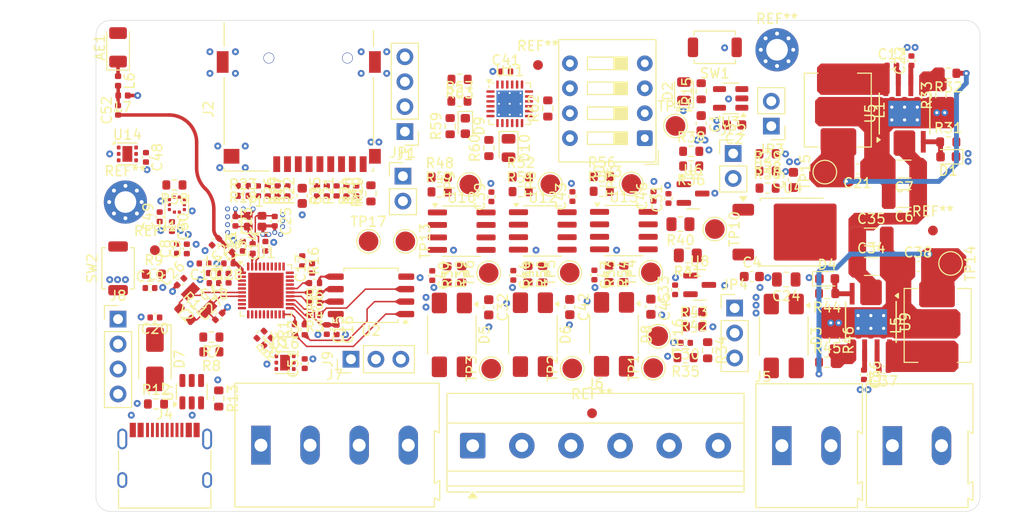
<source format=kicad_pcb>
(kicad_pcb (version 20241229) (generator "pcbnew") (generator_version "9.0")
  (layers (0 "F.Cu" signal) (4 "In1.Cu" signal) (6 "In2.Cu" signal) (2 "B.Cu" signal) (13 "F.Paste" user) (15 "B.Paste" user) (5 "F.SilkS" user "F.Silkscreen") (7 "B.SilkS" user "B.Silkscreen") (1 "F.Mask" user) (3 "B.Mask" user) (25 "Edge.Cuts" user))
  (net 0 "")
  (net 1 "/RF_ANT")
  (net 2 "GND")
  (net 3 "+3V3")
  (net 4 "+5V")
  (net 5 "+12{slash}24DC")
  (net 6 "+10{slash}20DC")
  (net 7 "Net-(C11-Pad1)")
  (net 8 "Net-(U5-SW)")
  (net 9 "Net-(U5-BOOT)")
  (net 10 "Net-(U1-VDD_SPI{slash}GPIO27)")
  (net 11 "/CHIP_PU")
  (net 12 "Net-(JP3-A)")
  (net 13 "Net-(U5-VCC)")
  (net 14 "/XTAL_PL")
  (net 15 "/XTAL_N")
  (net 16 "/XTAL_32K_P")
  (net 17 "/XTAL_32K_N")
  (net 18 "/Vref")
  (net 19 "/Vlogic")
  (net 20 "Net-(C32-Pad1)")
  (net 21 "Net-(U9-VCC)")
  (net 22 "Net-(U9-BOOT)")
  (net 23 "Net-(U9-SW)")
  (net 24 "/Power/+24VDC")
  (net 25 "Net-(U10A-+)")
  (net 26 "Net-(C42-Pad1)")
  (net 27 "Net-(U12A-+)")
  (net 28 "Net-(C45-Pad1)")
  (net 29 "Net-(U13A-+)")
  (net 30 "Net-(D1-A)")
  (net 31 "Net-(D2-A)")
  (net 32 "/Power/-12{slash}24AC")
  (net 33 "/Power/+12{slash}24AC")
  (net 34 "Net-(D4-A)")
  (net 35 "/AC Level Shifter2/I1")
  (net 36 "/AC Level Shifter2/I2")
  (net 37 "/AC Level Shifter1/I2")
  (net 38 "/AC Level Shifter1/I1")
  (net 39 "VBUS")
  (net 40 "/AC Level Shifter/I1")
  (net 41 "/AC Level Shifter/I2")
  (net 42 "Net-(D9-A)")
  (net 43 "Net-(D9-K)")
  (net 44 "Net-(D10-A)")
  (net 45 "Net-(D10-K)")
  (net 46 "Net-(J1-Pin_4)")
  (net 47 "/U0RXD")
  (net 48 "Net-(J2-DAT3{slash}CD)")
  (net 49 "Net-(J2-DAT2)")
  (net 50 "Net-(J2-DET)")
  (net 51 "Net-(J2-CMD)")
  (net 52 "Net-(J2-DAT0)")
  (net 53 "Net-(J2-CLK)")
  (net 54 "Net-(J2-DAT1)")
  (net 55 "Net-(J4-CC1)")
  (net 56 "Net-(J4-CC2)")
  (net 57 "Net-(J4-D--PadA7)")
  (net 58 "Net-(J4-D+-PadA6)")
  (net 59 "/I1")
  (net 60 "/I3")
  (net 61 "/I2")
  (net 62 "Net-(J8-Pin_1)")
  (net 63 "Net-(J8-Pin_2)")
  (net 64 "Net-(J8-Pin_3)")
  (net 65 "Net-(J8-Pin_4)")
  (net 66 "Net-(JP1-B)")
  (net 67 "Net-(JP2-A)")
  (net 68 "Net-(JP2-B)")
  (net 69 "Net-(JP4-B)")
  (net 70 "Net-(JP4-A)")
  (net 71 "/XTAL_P")
  (net 72 "Net-(U2-~{CS})")
  (net 73 "Net-(U1-SPICS0{slash}GPIO24)")
  (net 74 "Net-(U1-SPIQ{slash}GPIO25)")
  (net 75 "Net-(U2-DO{slash}IO_{1})")
  (net 76 "Net-(U1-SPIWP{slash}GPIO26)")
  (net 77 "Net-(U2-~{WP}{slash}IO_{2})")
  (net 78 "Net-(U2-~{HOLD}{slash}~{RESET}{slash}IO_{3})")
  (net 79 "Net-(U1-SPIHD{slash}GPIO28)")
  (net 80 "Net-(U1-SPICLK{slash}GPIO29)")
  (net 81 "Net-(U2-CLK)")
  (net 82 "Net-(U1-SPID{slash}GPIO30)")
  (net 83 "Net-(U2-DI{slash}IO_{0})")
  (net 84 "/SDA")
  (net 85 "/BOOT{slash}SCL")
  (net 86 "Net-(U1-GPIO13{slash}USB_D+)")
  (net 87 "/ESP_D+")
  (net 88 "Net-(U1-GPIO12{slash}USB_D-)")
  (net 89 "/ESP_D-")
  (net 90 "/U0TXD")
  (net 91 "Net-(U1-GPIO23{slash}SDIO_DATA3)")
  (net 92 "Net-(U1-GPIO22{slash}SDIO_DATA2)")
  (net 93 "Net-(U1-GPIO21{slash}SDIO_DATA1{slash}FSPICS5)")
  (net 94 "Net-(U1-GPIO20{slash}SDIO_DATA0{slash}FSPICS4)")
  (net 95 "Net-(U1-GPIO19{slash}SDIO_CLK{slash}FSPICS3)")
  (net 96 "Net-(U1-GPIO18{slash}SDIO_CMD{slash}FSPICS2)")
  (net 97 "Net-(U5-FB)")
  (net 98 "Net-(U6-REF)")
  (net 99 "Net-(U8-REF)")
  (net 100 "Net-(U9-FB)")
  (net 101 "/IL1")
  (net 102 "/IL2")
  (net 103 "/IL3")
  (net 104 "/TMP117_ALERT")
  (net 105 "Net-(U15-SDO)")
  (net 106 "/TMP117_ALERT2")
  (net 107 "Net-(U1-GPIO10)")
  (net 108 "Net-(U11-P11)")
  (net 109 "Net-(U11-P12)")
  (net 110 "Net-(U11-P14)")
  (net 111 "Net-(U11-P13)")
  (net 117 "/BMP_INT1")
  (net 121 "/RF_ESP")
  (net 122 "/RF_TRANS")
  (net 123 "Net-(C52-Pad2)")
  (footprint "Resistor_SMD:R_0402_1005Metric" (layer "F.Cu") (at 148.49 84.3675 -90)
    (property "Reference" "R26")
    (property "Value" "10k")
  )
  (footprint "TestPoint:TestPoint_Pad_D2.0mm" (layer "F.Cu") (at 180.23 92.690615 90)
    (property "Reference" "TP5")
    (property "Value" "TestPoint")
  )
  (footprint "Resistor_SMD:R_0603_1608Metric" (layer "F.Cu") (at 184.235 92.80623 -90)
    (property "Reference" "R54")
    (property "Value" "10k")
  )
  (footprint "Resistor_SMD:R_0603_1608Metric" (layer "F.Cu") (at 144.5 105.5 -90)
    (property "Reference" "R13")
    (property "Value" "5k1")
  )
  (footprint "Connector_PinHeader_2.54mm:PinHeader_1x04_P2.54mm_Vertical" (layer "F.Cu") (at 163.45 78.33 180)
    (property "Reference" "J1")
    (property "Value" "Conn_01x04_Pin")
  )
  (footprint "Resistor_SMD:R_0603_1608Metric" (layer "F.Cu") (at 207.185 99.559385 -90)
    (property "Reference" "R46")
    (property "Value" "4k3")
  )
  (footprint "Capacitor_SMD:C_0402_1005Metric" (layer "F.Cu") (at 145.5 91.75 180)
    (property "Reference" "C28")
    (property "Value" "1p2")
  )
  (footprint "TestPoint:TestPoint_Pad_D2.0mm" (layer "F.Cu") (at 189.24 99.15623 -90)
    (property "Reference" "TP16")
    (property "Value" "TestPoint")
  )
  (footprint "Resistor_SMD:R_0603_1608Metric" (layer "F.Cu") (at 175.98 92.840615 -90)
    (property "Reference" "R50")
    (property "Value" "10k")
  )
  (footprint "Capacitor_SMD:C_0603_1608Metric" (layer "F.Cu") (at 193.6125 77.475 -90)
    (property "Reference" "C1")
    (property "Value" "1u")
  )
  (footprint "Resistor_SMD:R_0402_1005Metric" (layer "F.Cu") (at 154.26 97 180)
    (property "Reference" "R3")
    (property "Value" "0")
  )
  (footprint "Capacitor_SMD:C_0402_1005Metric" (layer "F.Cu") (at 210.185 103.084385 -90)
    (property "Reference" "C36")
    (property "Value" "1u")
  )
  (footprint "TerminalBlock_Phoenix:TerminalBlock_Phoenix_MKDS-1,5-6_1x06_P5.00mm_Horizontal" (layer "F.Cu") (at 170.355 110.2975)
    (property "Reference" "J6")
    (property "Value" "Screw_Terminal_01x06")
  )
  (footprint "Package_SO:OnSemi_751EP_SOIC-4_3.9x4.725mm_P2.54mm" (layer "F.Cu") (at 176.48 99 -90)
    (property "Reference" "D6")
    (property "Value" "MB10S")
  )
  (footprint "Capacitor_SMD:C_0402_1005Metric" (layer "F.Cu") (at 153.25 101.95 90)
    (property "Reference" "C51")
    (property "Value" "0u1")
  )
  (footprint "Capacitor_SMD:C_0402_1005Metric" (layer "F.Cu") (at 144.02 93.75 180)
    (property "Reference" "C18")
    (property "Value" "0u1")
  )
  (footprint "Resistor_SMD:R_0402_1005Metric" (layer "F.Cu") (at 157.5 84.3675 -90)
    (property "Reference" "R19")
    (property "Value" "22")
  )
  (footprint "Capacitor_SMD:C_0402_1005Metric" (layer "F.Cu") (at 138 97.25 180)
    (property "Reference" "C20")
    (property "Value" "10u")
  )
  (footprint "Resistor_SMD:R_0603_1608Metric" (layer "F.Cu") (at 206.435 94.809385 180)
    (property "Reference" "R44")
    (property "Value" "5k1")
  )
  (footprint "Resistor_SMD:R_0402_1005Metric" (layer "F.Cu") (at 158.5 84.3675 90)
    (property "Reference" "R24")
    (property "Value" "10k")
  )
  (footprint "Resistor_SMD:R_0603_1608Metric" (layer "F.Cu") (at 218.015 74.640615 90)
    (property "Reference" "R33")
    (property "Value" "40k")
  )
  (footprint "TestPoint:TestPoint_Pad_D2.0mm" (layer "F.Cu") (at 163.5 89.5 -90)
    (property "Reference" "TP13")
    (property "Value" "TestPoint")
  )
  (footprint "Resistor_SMD:R_0603_1608Metric" (layer "F.Cu") (at 139.9875 83.7625 180)
    (property "Reference" "R58")
    (property "Value" "10k")
  )
  (footprint "Capacitor_SMD:C_0603_1608Metric" (layer "F.Cu") (at 196.975 77.65 180)
    (property "Reference" "C2")
    (property "Value" "1u")
  )
  (footprint "Capacitor_SMD:C_0603_1608Metric" (layer "F.Cu") (at 198.77 93.084385)
    (property "Reference" "C4")
    (property "Value" "0u1")
  )
  (footprint "Connector_PinHeader_2.54mm:PinHeader_1x02_P2.54mm_Vertical" (layer "F.Cu") (at 196.87 80.559385)
    (property "Reference" "JP2")
    (property "Value" "Jumper_2_Small_Open")
  )
  (footprint "TerminalBlock:TerminalBlock_Altech_AK300-2_P5.00mm" (layer "F.Cu") (at 201.825 110.2975)
    (property "Reference" "J5")
    (property "Value" "Screw_Terminal_01x02")
  )
  (footprint "Resistor_SMD:R_0603_1608Metric" (layer "F.Cu") (at 138.11 106.055)
    (property "Reference" "R12")
    (property "Value" "5k1")
  )
  (footprint "MountingHole:MountingHole_2.2mm_M2_Pad_Via" (layer "F.Cu") (at 135 85.5)
    (property "Reference" "REF**")
    (property "Value" "MountingHole_2.2mm_M2_Pad_Via")
  )
  (footprint "Resistor_SMD:R_0603_1608Metric" (layer "F.Cu") (at 218.765 79.390615)
    (property "Reference" "R31")
    (property "Value" "5k1")
  )
  (footprint "Inductor_SMD:L_0402_1005Metric" (layer "F.Cu") (at 147.95 90.25 90)
    (property "Reference" "L3")
    (property "Value" "24n")
  )
  (footprint "Pers:Bosch_LGA-10_2x2mm_P0.8mm_AntiClockwisePinNumbering" (layer "F.Cu") (at 140.2375 85.7625 180)
    (property "Reference" "U15")
    (property "Value" "BMP581")
  )
  (footprint "Capacitor_SMD:C_0402_1005Metric" (layer "F.Cu") (at 150.2 87.45 -90)
    (property "Reference" "C25")
    (property "Value" "12p")
  )
  (footprint "Capacitor_SMD:C_0402_1005Metric" (layer "F.Cu") (at 140.25 90.25 90)
    (property "Reference" "C8")
    (property "Value" "10u")
  )
  (footprint "TestPoint:TestPoint_Pad_D2.0mm" (layer "F.Cu") (at 171.98 92.715615 90)
    (property "Reference" "TP6")
    (property "Value" "TestPoint")
  )
  (footprint "Resistor_SMD:R_0603_1608Metric" (layer "F.Cu") (at 166.985 84.465615)
    (property "Reference" "R47")
    (property "Value" "10k")
  )
  (footprint "Resistor_SMD:R_0603_1608Metric" (layer "F.Cu") (at 137.895 92.845)
    (property "Reference" "R9")
    (property "Value" "10k")
  )
  (footprint "Resistor_SMD:R_0402_1005Metric" (layer "F.Cu") (at 154.25 95.75 180)
    (property "Reference" "R4")
    (property "Value" "0")
  )
  (footprint "TestPoint:TestPoint_Pad_D2.0mm" (layer "F.Cu") (at 206.2 82.45 90)
    (property "Reference" "TP15")
    (property "Value" "TestPoint")
  )
  (footprint "MountingHole:ToolingHole_1.152mm" (layer "F.Cu") (at 216 114)
    (property "Reference" "REF**" (hide yes))
    (property "Value" "ToolingHole_1.152mm")
  )
  (footprint "Capacitor_SMD:C_0402_1005Metric" (layer "F.Cu") (at 190.9575 94.434385 90)
    (property "Reference" "C33")
    (property "Value" "0u1")
  )
  (footprint "Button_Switch_SMD:SW_SPST_TS-1088-xR020" (layer "F.Cu") (at 134.25 92.25 90)
    (property "Reference" "SW2")
    (property "Value" "SW_Push")
  )
  (footprint "Resistor_SMD:R_0603_1608Metric" (layer "F.Cu") (at 178 75.975 90)
    (property "Reference" "R62")
    (property "Value" "10k")
  )
  (footprint "Resistor_SMD:R_0805_2012Metric" (layer "F.Cu") (at 192.25 90.934385 180)
    (property "Reference" "R41")
    (property "Value" "75")
  )
  (footprint "Resistor_SMD:R_0402_1005Metric" (layer "F.Cu") (at 151.49 84.3675 90)
    (property "Reference" "R27")
    (property "Value" "10k")
  )
  (footprint "Crystal:Crystal_SMD_3215-2Pin_3.2x1.5mm" (layer "F.Cu") (at 142.5 95.5 135)
    (property "Reference" "Y2")
    (property "Value" "32k768")
  )
  (footprint "Package_TO_SOT_SMD:SOT-23-6" (layer "F.Cu") (at 141.75 104.805 90)
    (property "Reference" "U7")
    (property "Value" "USBLC6-2SC6")
  )
  (footprint "Package_SO:SOIC-8_5.3x5.3mm_P1.27mm" (layer "F.Cu") (at 160 95 180)
    (property "Reference" "U2")
    (property "Value" "W25Q128JVS")
  )
  (footprint "Resistor_SMD:R_0603_1608Metric" (layer "F.Cu") (at 169 75.225)
    (property "Reference" "R57")
    (property "Value" "10k")
  )
  (footprint "Resistor_SMD:R_0402_1005Metric" (layer "F.Cu") (at 146.99 83.8675 180)
    (property "Reference" "R18")
    (property "Value" "22")
  )
  (footprint "Resistor_SMD:R_0603_1608Metric" (layer "F.Cu") (at 192.8825 96.684385 180)
    (property "Reference" "R42")
    (property "Value" "4k3")
  )
  (footprint "Inductor_SMD:L_Chilisin_BMRx00060630" (layer "F.Cu") (at 217.685 98.059385 90)
    (property "Reference" "L5")
    (property "Value" "33u")
  )
  (footprint "Capacitor_SMD:C_0402_1005Metric" (layer "F.Cu") (at 192.02 99.834385 180)
    (property "Reference" "C30")
    (property "Value" "1u")
  )
  (footprint "Resistor_SMD:R_0402_1005Metric" (layer "F.Cu") (at 152.25 98.49 90)
    (property "Reference" "R1")
    (property "Value" "0")
  )
  (footprint "Package_SO:SOIC-8_3.9x4.9mm_P1.27mm" (layer "F.Cu") (at 169.235 88.465615)
    (property "Reference" "U10")
    (property "Value" "LM393")
  )
  (footprint "Package_SO:SOIC-8_3.9x4.9mm_P1.27mm" (layer "F.Cu") (at 177.485 88.440615)
    (property "Reference" "U12")
    (property "Value" "LM393")
  )
  (footprint "Capacitor_SMD:C_0402_1005Metric" (layer "F.Cu") (at 146.2 87.45 -90)
    (property "Reference" "C23")
    (property "Value" "12p")
  )
  (footprint "Resistor_SMD:R_0603_1608Metric" (layer "F.Cu") (at 168.0575 77.7775 90)
    (property "Reference" "R59")
    (property "Value" "5k1")
  )
  (footprint "Resistor_SMD:R_0603_1608Metric" (layer "F.Cu") (at 192.8825 98.184385)
    (property "Reference" "R43")
    (property "Value" "1k1")
  )
  (footprint "Capacitor_SMD:C_0402_1005Metric" (layer "F.Cu") (at 188.76 84.90623 90)
    (property "Reference" "C46")
    (property "Value" "0u1")
  )
  (footprint "Package_SO:Texas_HTSOP-8-1EP_3.9x4.9mm_P1.27mm_EP2.95x4.9mm_Mask2.4x3.1mm_ThermalVias" (layer "F.Cu") (at 214.315 76.490615 90)
    (property "Reference" "U5")
    (property "Value" "LMR36520FADDA")
  )
  (footprint "Resistor_SMD:R_0402_1005Metric" (layer "F.Cu") (at 154.5 84.3675 -90)
    (property "Reference" "R21")
    (property "Value" "22")
  )
  (footprint "Resistor_SMD:R_0603_1608Metric" (layer "F.Cu") (at 200.37 82.334385)
    (property "Reference" "R29")
    (property "Value" "15k")
  )
  (footprint "Package_TO_SOT_SMD:SOT-23" (layer "F.Cu") (at 193.4575 93.934385)
    (property "Reference" "U8")
    (property "Value" "CJ431")
  )
  (footprint "Resistor_SMD:R_0805_2012Metric" (layer "F.Cu") (at 191.5 87.75 180)
    (property "Reference" "R40")
    (property "Value" "150")
  )
  (footprint "Connector_PinHeader_2.54mm:PinHeader_1x02_P2.54mm_Vertical" (layer "F.Cu") (at 200.75 77.775 180)
    (property "Reference" "JP3")
    (property "Value" "Jumper_2_Bridged")
  )
  (footprint "Capacitor_SMD:C_0402_1005Metric" (layer "F.Cu") (at 138.4875 87 90)
    (property "Reference" "C49")
    (property "Value" "0u1")
  )
  (footprint "Resistor_SMD:R_0603_1608Metric" (layer "F.Cu") (at 143.75 99.25 180)
    (property "Reference" "R7")
    (property "Value" "10k")
  )
  (footprint "Capacitor_SMD:C_0402_1005Metric" (layer "F.Cu") (at 140.608489 93.608489 45)
    (property "Reference" "C26")
    (property "Value" "20p")
  )
  (footprint "TestPoint:TestPoint_Pad_D2.0mm" (layer "F.Cu") (at 178.255 83.690615 90)
    (property "Reference" "TP8")
    (property "Value" "TestPoint")
  )
  (footprint "Package_TO_SOT_SMD:SOT-23-5" (layer "F.Cu") (at 196.6125 74.95 180)
    (property "Reference" "U3")
    (property "Value" "AP2112K-3.3")
  )
  (footprint "Resistor_SMD:R_0402_1005Metric" (layer "F.Cu") (at 154.25 94.75 180)
    (property "Reference" "R5")
    (property "Value" "0")
  )
  (footprint "Resistor_SMD:R_0402_1005Metric" (layer "F.Cu") (at 155.5 84.3675 90)
    (property "Reference" "R25")
    (property "Value" "10k")
  )
  (footprint "Resistor_SMD:R_0603_1608Metric" (layer "F.Cu") (at 169.23 92.865615 90)
    (property "Reference" "R37")
    (property "Value" "15k")
  )
  (footprint "Capacitor_SMD:C_0402_1005Metric" (layer "F.Cu") (at 156.5 98.5 -90)
    (property "Reference" "C16")
    (property "Value" "0u1")
  )
  (footprint "Connector_PinHeader_2.54mm:PinHeader_1x04_P2.54mm_Vertical" (layer "F.Cu") (at 134.25 97.42)
    (property "Reference" "J8")
    (property "Value" "Conn_01x04_Pin")
  )
  (footprint "Resistor_SMD:R_0603_1608Metric" (layer "F.Cu") (at 206.435 101.809385)
    (property "Reference" "R45")
    (property "Value" "100k")
  )
  (footprint "Connector_PinHeader_2.54mm:PinHeader_1x02_P2.54mm_Vertical" (layer "F.Cu") (at 163.25 82.8675)
    (property "Reference" "JP1")
    (property "Value" "Jumper_2_Bridged")
  )
  (footprint "Resistor_SMD:R_0603_1608Metric" (layer "F.Cu") (at 218.765 72.390615 180)
    (property "Reference" "R32")
    (property "Value" "100k")
  )
  (footprint "Resistor_SMD:R_0603_1608Metric" (layer "F.Cu") (at 167.005 82.965615)
    (property "Reference" "R48")
    (property "Value" "10k")
  )
  (footprint "Resistor_SMD:R_0603_1608Metric" (layer "F.Cu") (at 172 80 90)
    (property "Reference" "R60")
    (property "Value" "5k1")
  )
  (footprint "MountingHole:ToolingHole_1.152mm" (layer "F.Cu") (at 218 70)
    (property "Reference" "REF**" (hide yes))
    (property "Value" "ToolingHole_1.152mm")
  )
  (footprint "Resistor_SMD:R_0603_1608Metric" (layer "F.Cu") (at 167.73 92.865615 -90)
    (property "Reference" "R39")
    (property "Value" "10k")
  )
  (footprint "Fiducial:Fiducial_1mm_Mask2mm" (layer "F.Cu") (at 177 71.555)
    (property "Reference" "REF**")
    (property "Value" "Fiducial_1mm_Mask2mm")
  )
  (footprint "TerminalBlock:TerminalBlock_Altech_AK300-2_P5.00mm" (layer "F.Cu") (at 213.075 110.2975)
    (property "Reference" "J3")
    (property "Value" "Screw_Terminal_01x02")
  )
  (footprint "MountingHole:MountingHole_2.2mm_M2_Pad_Via" (layer "F.Cu") (at 201.333274 70)
    (property "Reference" "REF**")
    (property "Value" "MountingHole_2.2mm_M2_Pad_Via")
  )
  (footprint "Resistor_SMD:R_0603_1608Metric" (layer "F.Cu") (at 169.0175 73.0125 180)
    (property "Reference" "R63")
    (property "Value" "10k")
  )
  (footprint "Inductor_SMD:L_Chilisin_BMRx00060630" (layer "F.Cu") (at 207.515 76.140615 -90)
    (property "Reference" "L1")
    (property "Value" "33u")
  )
  (footprint "Capacitor_SMD:C_0603_1608Metric" (layer "F.Cu") (at 171.985 96.215615 -90)
    (property "Reference" "C32")
    (property "Value" "1u")
  )
  (footprint "Capacitor_SMD:C_0402_1005Metric" (layer "F.Cu") (at 213.015 71.615615)
    (property "Reference" "C12")
    (property "Value" "0u1")
  )
  (footprint "Connector_USB:USB_C_Receptacle_HRO_TYPE-C-31-M-12" (layer "F.Cu") (at 139 112.75)
    (property "Reference" "J4")
    (property "Value" "USB_C_Receptacle_USB2.0_14P")
  )
  (footprint "Package_DFN_QFN:QFN-40-1EP_5x5mm_P0.4mm_EP3.6x3.6mm" (layer "F.Cu") (at 149.3 94.5)
    (property "Reference" "U1")
    (property "Value" "ESP32-C6")
  )
  (footprint "Capacitor_SMD:C_0402_1005Metric" (layer "F.Cu") (at 144.497577 97.144023 45)
    (property "Reference" "C27")
    (property "Value" "20p")
  )
  (footprint "Resistor_SMD:R_0603_1608Metric" (layer "F.Cu") (at 177.48 92.840615 90)
    (property "Reference" "R49")
    (property "Value" "15k")
  )
  (footprint "LED_SMD:LED_0603_1608Metric" (layer "F.Cu") (at 218.765 80.890615 180)
    (property "Reference" "D1")
    (property "Value" "RED")
  )
  (footprint "Capacitor_SMD:C_0603_1608Metric" (layer "F.Cu") (at 180.235 96.190615 -90)
    (property "Reference" "C42")
    (property "Value" "1u")
  )
  (footprint "TestPoint:TestPoint_Pad_D2.0mm" (layer "F.Cu") (at 219 91.75 -90)
    (property "Reference" "TP14")
    (property "Value" "TestPoint")
  )
  (footprint "Capacitor_SMD:C_0402_1005Metric" (layer "F.Cu") (at 166.235 92.985615 -90)
    (property "Reference" "C40")
    (property "Value" "1u")
  )
  (footprint "Package_SO:OnSemi_751EP_SOIC-4_3.9x4.725mm_P2.54mm" (layer "F.Cu") (at 168.23 99.025 -90)
    (property "Reference" "D5")
    (property "Value" "MB10S")
  )
  (footprint "Capacitor_SMD:C_0402_1005Metric" (layer "F.Cu") (at 139.7375 88 -90)
    (property "Reference" "C50")
    (property "Value" "0u1")
  )
  (footprint "Resistor_SMD:R_0603_1608Metric" (layer "F.Cu") (at 183.51 82.90623)
    (property "Reference" "R56")
    (property "Value" "10k")
  )
  (footprint "Resistor_SMD:R_0603_1608Metric" (layer "F.Cu") (at 194.27 100.584385 -90)
    (property "Reference" "R34")
    (property "Value" "40k")
  )
  (footprint "Resistor_SMD:R_0603_1608Metric" (layer "F.Cu") (at 175.255 82.940615)
    (property "Reference" "R52")
    (property "Value" "10k")
  )
  (footprint "Capacitor_SMD:C_1206_3216Metric" (layer "F.Cu") (at 214.265 85.140615 180)
    (property "Reference" "C6")
    (property "Value" "4u7")
  )
  (footprint "Capacitor_SMD:C_0603_1608Metric" (layer "F.Cu") (at 209.515 82.140615 180)
    (property "Reference" "C21")
    (property "Value" "22u")
  )
  (footprint "Capacitor_SMD:C_0603_1608Metric" (layer "F.Cu") (at 215.685 92.059385)
    (property "Reference" "C38")
    (property "Value" "10u")
  )
  (footprint "Resistor_SMD:R_0603_1608Metric" (layer "F.Cu") (at 192.02 101.334385 180)
    (property "Reference" "R35")
    (property "Value" "5k")
  )
  (footprint "Fiducial:Fiducial_1mm_Mask2mm" (layer "F.Cu") (at 217.2 88.4)
    (property "Reference" "REF**")
    (property "Value" "Fiducial_1mm_Mask2mm")
  )
  (footprint "Capacitor_SMD:C_0603_1608Metric" (layer "F.Cu") (at 203 83.25 90)
    (property "Reference" "C5")
    (property "Value" "1u")
  )
  (footprint "Capacitor_SMD:C_1206_3216Metric" (layer "F.Cu") (at 210.935 92.059385)
    (property "Reference" "C34")
    (property "Value" "4u7")
  )
  (footprint "Capacitor_SMD:C_0402_1005Metric" (layer "F.Cu") (at 182.74 92.92623 -90)
    (property "Reference" "C47")
    (property "Value" "1u")
  )
  (footprint "TestPoint:TestPoint_Pad_D2.0mm" (layer "F.Cu") (at 195 88.25 -90)
    (property "Reference" "TP10")
    (property "Value" "TestPoint")
  )
  (footprint "Resistor_SMD:R_0603_1608Metric" (layer "F.Cu") (at 192.595 80.334385)
    (property "Reference" "R38")
    (property "Value" "1k5")
  )
  (footprint "TestPoint:TestPoint_Pad_D2.0mm" (layer "F.Cu") (at 170.005 83.715615 90)
    (property "Reference" "TP9")
    (property "Value" "TestPoint")
  )
  (footprint "Resistor_SMD:R_0603_1608Metric" (layer "F.Cu") (at 185.735 92.80623 90)
    (property "Reference" "R53")
    (property "Value" "15k")
  )
  (footprint "Package_SO:SOIC-8_3.9x4.9mm_P1.27mm" (layer "F.Cu") (at 185.74 88.40623)
    (property "Reference" "U13")
    (property "Value" "LM393")
  )
  (footprint "Capacitor_SMD:C_0402_1005Metric" (layer "F.Cu") (at 143 91.75 180)
    (property "Reference" "C10")
    (property "Value" "0u1")
  )
  (footprint "Resistor_SMD:R_0603_1608Metric" (layer "F.Cu") (at 175.235 84.440615)
    (property "Reference" "R51")
    (property "Value" "10k")
  )
  (footprint "Button_Switch_SMD:SW_SPST_TS-1088-xR020" (layer "F.Cu") (at 195 69.75 180)
    (property "Reference" "SW1")
    (property "Value" "SW_Push")
  )
  (footprint "Capacitor_SMD:C_0402_1005Metric" (layer "F.Cu") (at 144.159791 89.544847 -135)
    (property "Reference" "C29")
    (property "Value" "1p2")
  )
  (footprint "Fiducial:Fiducial_1mm_Mask2mm" (layer "F.Cu") (at 138 90.4)
    (property "Reference" "REF**")
    (property "Value" "Fiducial_1mm_Mask2mm")
  )
  (footprint "TerminalBlock:TerminalBlock_Altech_AK300-4_P5.00mm" (layer "F.Cu") (at 148.795 110.25)
    (property "Reference" "J7")
    (property "Value" "Screw_Terminal_01x04")
  )
  (footprint "LED_SMD:LED_0805_2012Metric" (layer "F.Cu") (at 191.8625 74.225 90)
    (property "Reference" "D2")
    (property "Value" "GREEN")
  )
  (footprint "Inductor_SMD:L_0402_1005Metric" (layer "F.Cu") (at 134.75 74.6575 180)
    (property "Reference" "L7")
    (property "Value" "2n7")
  )
  (footprint "Capacitor_SMD:C_0402_1005Metric" (layer "F.Cu") (at 145.5 93.25 90)
    (property "Reference" "C11")
    (property "Value" "0u1")
  )
  (footprint "Capacitor_SMD:C_0603_1608Metric" (layer "F.Cu") (at 153 84.8675 -90)
    (property "Reference" "C3")
    (property "Value" "0u1")
  )
  (footprint "Package_DFN_QFN:Texas_RTW_WQFN-24-1EP_4x4mm_P0.5mm_EP2.7x2.7mm_ThermalVias" (layer "F.Cu") (at 174.1225 75.5)
    (property "Reference" "U11")
    (property "Value" "TCA9555RTWR")
  )
  (footprint "TestPoint:TestPoint_Pad_D2.0mm" (layer "F.Cu") (at 188.74 102.40623 90)
    (property "Reference" "TP1")
    (property "Value" "TestPoint")
  )
  (footprint "Capacitor_SMD:C_0402_1005Metric" (layer "F.Cu") (at 174.485 92.960615 -90)
    (property "Reference" "C44")
    (property "Value" "1u")
  )
  (footprint "Fiducial:Fiducial_1mm_Mask2mm" (layer "F.Cu") (at 182.5 107)
    (property "Reference" "REF**")
    (property "Value" "Fiducial_1mm_Mask2mm")
  )
  (footprint "Diode_SMD:D_SMA" (layer "F.Cu") (at 138 101.5 -90)
    (property "Reference" "D7")
    (property "Value" "D_Schottky")
  )
  (footprint "Resistor_SMD:R_0402_1005Metric" (layer "F.Cu") (at 149.464178 99.700036 -135)
    (property "Reference" "R10")
    (property "Value" "22")
  )
  (footprint "Resistor_SMD:R_0603_1608Metric" (layer "F.Cu") (at 183.49 84.40623)
    (property "Reference" "R55")
    (property "Value" "10k")
  )
  (footprint "Inductor_SMD:L_0402_1005Metric" (layer "F.Cu") (at 145.5 90.25 -45)
    (property "Reference" "L4")
    (property "Value" "2n7")
  )
  (footprint "TestPoint:TestPoint_Pad_D2.0mm" (layer "F.Cu") (at 172.235 102.465615 90)
    (property "Reference" "TP3")
    (property "Value" "TestPoint")
  )
  (footprint "Capacitor_SMD:C_0402_1005Metric" (layer "F.Cu") (at 134.25 76.1575 90)
    (property "Reference" "C52")
    (property "Value" "1p")
  )
  (footprint "Package_SO:OnSemi_751EP_SOIC-4_3.9x4.725mm_P2.54mm" (layer "F.Cu") (at 184.735 98.965615 -90)
    (property "Reference" "D8")
    (property "Value" "MB10S")
  )
  (footprint "Resistor_SMD:R_0402_1005Metric" (layer "F.Cu") (at 153.25 98.5 90)
    (property "Reference" "R2")
    (property "Value" "0")
  )
  (footprint "Resistor_SMD:R_0603_1608Metric" (layer "F.Cu") (at 193.6125 74.225 90)
    (property "Reference" "R15")
    (property "Value" "5k1")
  )
  (footprint "Package_TO_SOT_SMD:TO-252-2" (layer "F.Cu") (at 202.935 88.559385)
    (property "Reference" "U4")
    (property "Value" "LM317_TO-252")
  )
  (footprint "Resistor_SMD:R_0402_1005Metric" (layer "F.Cu") (at 154.25 93.75 180)
    (property "Reference" "R6")
    (property "Value" "0")
  )
  (footprint "Resistor_SMD:R_0402_1005Metric" (layer "F.Cu") (at 150.5 84.3675 -90)
    (property "Reference" "R22")
    (property "Value" "22")
  )
  (footprint "LED_SMD:LED_0603_1608Metric" (layer "F.Cu") (at 169.6025 77.7575 -90)
    (property "Reference" "D9")
    (property "Value" "RED")
  )
  (footprint "Resistor_SMD:R_0402_1005Metric" (layer "F.Cu") (at 149.49 84.3675 -90)
    (property "Reference" "R17")
    (property "Value" "22")
  )
  (footprint "Capacitor_SMD:C_1206_3216Metric" (layer "F.Cu") (at 210.935 89.059385)
    (property "Reference" "C35")
    (property "Value" "4u7")
  )
  (footprint "Capacitor_SMD:C_1206_3216Metric" (layer "F.Cu") (at 214.265 82.140615 180)
    (property "Reference" "C7")
    (property "Value" "4u7")
  )
  (footprint "Button_Switch_THT:SW_DIP_SPSTx04_Slide_9.78x12.34mm_W7.62mm_P2.54mm" (layer "F.Cu") (at 187.87 79 180)
    (property "Reference" "SW3")
    (property "Value" "SW_DIP_x04")
  )
  (footprint "Crystal:Crystal_SMD_2016-4Pin_2.0x1.6mm" (layer "F.Cu") (at 148.2 87.45)
    (property "Reference" "Y1")
    (property "Value" "48M")
  )
  (footprint "Resistor_SMD:R_0402_1005Metric" (layer "F.Cu") (at 156.5 84.3675 -90)
    (property "Reference" "R20")
    (property "Value" "22")
  )
  (footprint "Capacitor_SMD:C_0402_1005Metric" (layer "F.Cu") (at 190.2825 85.134385 90)
    (property "Reference" "C31")
    (property "Value" "0u1")
  )
  (footprint "Resistor_SMD:R_0603_1608Metric" (layer "F.Cu") (at 141.085786 96.914213 -45)
    (property "Reference" "R11")
    (property "Value" "R")
  )
  (footprint "Capacitor_SMD:C_0402_1005Metric" (layer "F.Cu") (at 155.5 98.48 -90)
    (property "Reference" "C15")
    (property "Value" "1u")
  )
  (footprint "Resistor_SMD:R_0402_1005Metric" (layer "F.Cu") (at 148.75 99 -135)
    (property "Reference" "R14")
    (property "Value" "22")
  )
  (footprint "Inductor_SMD:L_0402_1005Metric" (layer "F.Cu") (at 143.97 92.73)
    (property "Reference" "L2")
    (property "Value" "2n7")
  )
  (footprint "TestPoint:TestPoint_Pad_D2.0mm" (layer "F.Cu") (at 159.75 89.5)
    (property "Reference" "TP17")
    (property "Value" "TestPoint")
  )
  (footprint "Capacitor_SMD:C_0603_1608Metric" (layer "F.Cu") (at 188.49 96.15623 -90)
    (property "Reference" "C45")
    (property "Value" "1u")
  )
  (footprint "Pers:microSD_Hanbo_TF012" (layer "F.Cu") (at 152.65 79.4425 180)
    (property "Reference" "J2")
    (property "Value" "Micro_SD_Card_Det1")
  )
  (footprint "Capacitor_SMD:C_0402_1005Metric" (layer "F.Cu") (at 180.505 84.940615 90)
    (property "Reference" "C43")
    (property "Value" "0u1")
  )
  (footprint "LED_SMD:LED_0603_1608Metric" (layer "F.Cu") (at 206.435 93.309385)
    (property "Reference" "D4")
    (property "Value" "RED")
  )
  (footprint "Resistor_SMD:R_0603_1608Metric" (layer "F.Cu") (at 192.595 81.834385 180)
    (property "Reference" "R36")
    (property "Value" "13k")
  )
  (footprint "Capacitor_SMD:C_0805_2012Metric" (layer "F.Cu") (at 202.27 93.384385 180)
    (property "Reference" "C24")
    (property "Value" "10u")
  )
  (footprint "Capacitor_SMD:C_0402_1005Metric" (layer "F.Cu") (at 137.5 94.25)
    (property "Reference" "C19")
    (property "Value" "1u")
  )
  (footprint "Capacitor_SMD:C_0402_1005Metric" (layer "F.Cu") (at 215.015 71.115615 90)
    (property "Reference" "C22")
    (property "Value" "1u")
  )
  (footprint "TestPoint:TestPoint_Pad_D2.0mm" (layer "F.Cu") (at 188.485 92.65623 90)
    (property "Reference" "TP4")
    (property "Value" "TestPoint")
  )
  (footprint "Capacitor_SMD:C_0402_1005Metric" (layer "F.Cu") (at 141.25 90.27 90)
    (property "Reference" "C9")
    (property "Value" "1u")
  )
  (footprint "Resistor_SMD:R_0603_1608Metric" (layer "F.Cu") (at 200.37 84.084385)
    (property "Reference" "R30")
    (property "Value" "1k")
  )
  (footprint "Package_SO:Texas_HTSOP-8-1EP_3.9x4.9mm_P1.27mm_EP2.95x4.9mm_Mask2.4x3.1mm_ThermalVias" (layer "F.Cu") (at 210.885 97.709385 -90)
    (property "Reference" "U9")
    (property "Value" "LMR36520FADDA")
  )
  (footprint "TestPoint:TestPoint_Pad_D2.0mm" (layer "F.Cu") (at 180.485 102.440615 90)
    (property "Reference" "TP2")
    (property "Value" "TestPoint")
  )
  (footprint "Package_SON:WSON-6-1EP_2x2mm_P0.65mm_EP1x1.6mm" (layer "F.Cu") (at 151.25 101.85)
    (property "Reference" "U16")
    (property "Value" "TMP117AIDRV")
  )
  (footprint "Resistor_SMD:R_0603_1608Metric" (layer "F.Cu") (at 159.99 84.6175 90)
    (property "Reference" "R61")
    (property "Value" "10k")
  )
  (footprint "LED_SMD:LED_0805_2012Metric" (layer "F.Cu") (at 174 80 -90)
    (property "Reference" "D10")
    (property "Value" "GREEN")
  )
  (footprint "Package_SON:WSON-6-1EP_2x2mm_P0.65mm_EP1x1.6mm" (layer "F.Cu") (at 135.2 80.6)
    (property "Reference" "U14")
    (property "Value" "TMP117AIDRV")
  )
  (footprint "Capacitor_SMD:C_0402_1005Metric" (layer "F.Cu") (at 146.95 90 90)
    (property "Reference" "C13")
    (property "Value" "10n")
  )
  (footprint "MountingHole:ToolingHole_1.152mm" (layer "F.Cu") (at 151 114)
    (property "Reference" "REF**" (hide yes))
    (property "Value" "ToolingHole_1.152mm")
  )
  (footprint "Capacitor_SMD:C_0402_1005Metric" (layer "F.Cu") (at 173.725 72.21)
    (property "Reference" "C41")
    (property "Value" "1u")
  )
  (footprint "Resistor_SMD:R_0402_1005Metric" (layer "F.Cu") (at 153 91.49 -90)
    (property "Reference" "R16")
    (property "Value" "470")
  )
  (footprint "MountingHole:ToolingHole_1.152mm" (layer "F.Cu") (at 141 75)
    (property "Reference" "REF**" (hide yes))
    (property "Value" "ToolingHole_1.152mm")
  )
  (footprint "TestPoint:TestPoint_Pad_D2.0mm" (layer "F.Cu") (at 191 77.75)
    (property "Reference" "TP11")
    (property "Value" "TestPoint")
  )
  (footprint "Capacitor_SMD:C_0402_1005Metric" (layer "F.Cu") (at 212.185 102.584385 180)
    (property "Reference" "C37")
    (property "Value" "100n")
  )
  (footprint "Capacitor_SMD:C_0402_1005Metric" (layer "F.Cu") (at 154 92.25 90)
    (property "Reference" "C17")
    (property "Value" "0u1")
  )
  (footprint "Capacitor_SMD:C_0402_1005Metric" (layer "F.Cu") (at 172.255 84.965615 90)
    (property "Reference" "C39")
    (property "Value" "0u1")
  )
  (footprint "Resistor_SMD:R_0603_1608Metric" (layer "F.Cu") (at 143.75 100.75 180)
    (property "Reference" "R8")
    (property "Value" "10k")
  )
  (footprint "Connector_PinHeader_2.54mm:PinHeader_1x03_P2.54mm_Vertical" (layer "F.Cu") (at 157.96 101.5 90)
    (property "Reference" "J9")
    (property "Value" "Conn_01x03_Pin")
  )
  (footprint "Resistor_SMD:R_0402_1005Metric" (layer "F.Cu") (at 146.99 84.8675)
    (property "Reference" "R23")
    (property "Value" "10k")
  )
  (footprint "Capacitor_SMD:C_0402_1005Metric" (layer "F.Cu") (at 137.0875 80.95 -90)
    (property "Reference" "C48")
    (property "Value" "0u1")
  )
  (footprint "Inductor_SMD:L_0402_1005Metric" (layer "F.Cu") (at 134.25 73.1725 -90)
    (property "Reference" "L6")
    (property "Value" "3n9")
  )
  (footprint "Package_TO_SOT_SMD:SOT-23" (layer "F.Cu") (at 192.7825 84.634385)
    (property "Reference" "U6")
    (property "Value" "CJ431")
  )
  (footprint "Package_SO:OnSemi_751EP_SOIC-4_3.9x4.725mm_P2.54mm" (layer "F.Cu") (at 202.02 99.134385 -90)
    (property "Reference" "D3")
    (property "Value" "MB10S")
  )
  (footprint "Capacitor_SMD:C_0402_1005Metric" (layer "F.Cu") (at 149.25 90 90)
    (property "Reference" "C14")
    (property "Value" "1u")
  )
  (footprint "Resistor_SMD:R_0603_1608Metric" (layer "F.Cu") (at 200.37 80.584385 180)
    (property "Reference" "R28")
    (property "Value" "13k")
  )
  (footprint "TestPoint:TestPoint_Pad_D2.0mm" (layer "F.Cu") (at 186.51 83.65623 90)
    (property "Reference" "TP7")
    (property "Value" "TestPoint")
  )
  (footprint "RF_Antenna:Johanson_2450AT18x100" (layer "F.Cu") (at 134.25 69.75 90)
    (property "Reference" "AE1")
    (property "Value" "Antenna")
  )
  (footprint "Connector_PinHeader_2.54mm:PinHeader_1x03_P2.54mm_Vertical" (layer "F.Cu") (at 197.02 96.294385)
    (property "Reference" "JP4")
    (property "Value" "Jumper_3_Bridged12")
  )
  (gr_line (start 132 115.5) (end 132 68.5) (stroke (width 0.05)) (layer "Edge.Cuts"))
  (gr_line (start 222 68.5) (end 222 115.5) (stroke (width 0.05)) (layer "Edge.Cuts"))
  (gr_line (start 220.5 117) (end 133.5 117) (stroke (width 0.05)) (layer "Edge.Cuts"))
  (gr_arc (start 222 115.5) (mid 221.56066 116.56066) (end 220.5 117) (stroke (width 0.05)) (layer "Edge.Cuts"))
  (gr_line (start 133.5 67) (end 220.5 67) (stroke (width 0.05)) (layer "Edge.Cuts"))
  (gr_arc (start 133.5 117) (mid 132.43934 116.56066) (end 132 115.5) (stroke (width 0.05)) (layer "Edge.Cuts"))
  (gr_arc (start 132 68.5) (mid 132.43934 67.43934) (end 133.5 67) (stroke (width 0.05)) (layer "Edge.Cuts"))
  (gr_arc (start 220.5 67) (mid 221.56066 67.43934) (end 222 68.5) (stroke (width 0.05)) (layer "Edge.Cuts"))
  (segment (start 134.25 72.6875) (end 134.25 71.2) (width 0.359) (layer "F.Cu") (net 1))
  (segment (start 148.990565 88.790564) (end 148.990565 88.090565) (width 0.3) (layer "F.Cu") (net 2))
  (segment (start 146.2 86.2) (end 146.2 86.97) (width 0.3) (layer "F.Cu") (net 2))
  (segment (start 148 86.4) (end 147.5 86.9) (width 0.3) (layer "F.Cu") (net 2))
  (segment (start 146.2 86.97) (end 147.43 86.97) (width 0.3) (layer "F.Cu") (net 2))
  (segment (start 147.43 86.97) (end 147.5 86.9) (width 0.3) (layer "F.Cu") (net 2))
  (segment (start 147 86.2) (end 147 86.4) (width 0.3) (layer "F.Cu") (net 2))
  (segment (start 135.235 74.6575) (end 136.25 74.6575) (width 0.359) (layer "F.Cu") (net 2))
  (segment (start 144.836988 96.804612) (end 144.836988 96.763012) (width 0.3) (layer "F.Cu") (net 2))
  (segment (start 144.836988 96.763012) (end 145.4 96.2) (width 0.3) (layer "F.Cu") (net 2))
  (segment (start 147 86.4) (end 147.5 86.9) (width 0.3) (layer "F.Cu") (net 2))
  (segment (start 150.2 87.93) (end 148.97 87.93) (width 0.3) (layer "F.Cu") (net 2))
  (segment (start 149.000001 88.8) (end 148.990565 88.790564) (width 0.3) (layer "F.Cu") (net 2))
  (segment (start 149.6 88.8) (end 149.6 88.7) (width 0.3) (layer "F.Cu") (net 2))
  (segment (start 148 86.2) (end 148 86.4) (width 0.3) (layer "F.Cu") (net 2))
  (segment (start 148.97 87.93) (end 148.9 88) (width 0.3) (layer "F.Cu") (net 2))
  (segment (start 139.8 94.6) (end 139.8 94.416978) (width 0.3) (layer "F.Cu") (net 2))
  (segment (start 139.8 94.416978) (end 140.269078 93.9479) (width 0.3) (layer "F.Cu") (net 2))
  (segment (start 148.990565 88.090565) (end 148.9 88) (width 0.3) (layer "F.Cu") (net 2))
  (segment (start 150.2 88.6) (end 150.2 87.93) (width 0.3) (layer "F.Cu") (net 2))
  (segment (start 148.990565 88.790564) (end 148.9 88.7) (width 0.3) (layer "F.Cu") (net 2))
  (segment (start 149.6 88.8) (end 149.000001 88.8) (width 0.5) (layer "F.Cu") (net 2))
  (via (at 133.4 80.6) (size 0.7) (drill 0.3) (layers "F.Cu" "B.Cu") (net 2))
  (via (at 141.6 91.8) (size 0.7) (drill 0.3) (layers "F.Cu" "B.Cu") (net 2))
  (via (at 160.8 79.4) (size 0.7) (drill 0.3) (layers "F.Cu" "B.Cu") (net 2))
  (via (at 191 93.2) (size 0.7) (drill 0.3) (layers "F.Cu" "B.Cu") (net 2))
  (via (at 141.4 88.8) (size 0.7) (drill 0.3) (layers "F.Cu" "B.Cu") (net 2))
  (via (at 200.4 93.2) (size 0.7) (drill 0.3) (layers "F.Cu" "B.Cu") (net 2))
  (via (at 207.6 97.8) (size 0.7) (drill 0.3) (layers "F.Cu" "B.Cu") (net 2))
  (via (at 199.2 95.2) (size 0.7) (drill 0.3) (layers "F.Cu" "B.Cu") (net 2))
  (via (at 202.2 82.4) (size 0.7) (drill 0.3) (layers "F.Cu" "B.Cu") (net 2))
  (via (at 161.6 70.2) (size 0.7) (drill 0.3) (layers "F.Cu" "B.Cu") (net 2))
  (via (at 159 70.2) (size 0.7) (drill 0.3) (layers "F.Cu" "B.Cu") (net 2))
  (via (at 143.6 70.2) (size 0.7) (drill 0.3) (layers "F.Cu" "B.Cu") (net 2))
  (via (at 154.07897 101.469487) (size 0.7) (drill 0.3) (layers "F.Cu" "B.Cu") (net 2))
  (via (at 196 94) (size 0.7) (drill 0.3) (layers "F.Cu" "B.Cu") (net 2))
  (via (at 146.2 70.2) (size 0.7) (drill 0.3) (layers "F.Cu" "B.Cu") (net 2))
  (via (at 146 89.4) (size 0.7) (drill 0.3) (layers "F.Cu" "B.Cu") (net 2))
  (via (at 182 95.6) (size 0.7) (drill 0.3) (layers "F.Cu" "B.Cu") (net 2))
  (via (at 194 79.2) (size 0.7) (drill 0.3) (layers "F.Cu" "B.Cu") (net 2))
  (via (at 146.2 72.4) (size 0.7) (drill 0.3) (layers "F.Cu" "B.Cu") (net 2))
  (via (at 191.8 76.2) (size 0.7) (drill 0.3) (layers "F.Cu" "B.Cu") (net 2))
  (via (at 161.6 72.4) (size 0.7) (drill 0.3) (layers "F.Cu" "B.Cu") (net 2))
  (via (at 142.2 89.8) (size 0.7) (drill 0.3) (layers "F.Cu" "B.Cu") (net 2))
  (via (at 204.6 93.2) (size 0.7) (drill 0.3) (layers "F.Cu" "B.Cu") (net 2))
  (via (at 144.4 103.6) (size 0.7) (drill 0.3) (layers "F.Cu" "B.Cu") (net 2))
  (via (at 142.6 93.4) (size 0.7) (drill 0.3) (layers "F.Cu" "B.Cu") (net 2))
  (via (at 172.4 72.2) (size 0.7) (drill 0.3) (layers "F.Cu" "B.Cu") (net 2))
  (via (at 196 69.8) (size 0.7) (drill 0.3) (layers "F.Cu" "B.Cu") (net 2))
  (via (at 143.109791 90.444847) (size 0.7) (drill 0.3) (layers "F.Cu" "B.Cu") (net 2))
  (via (at 149.4 102) (size 0.7) (drill 0.3) (layers "F.Cu" "B.Cu") (net 2))
  (via (at 220.785 81.355615) (size 0.7) (drill 0.3) (layers "F.Cu" "B.Cu") (net 2))
  (via (at 176.8 90.4) (size 0.7) (drill 0.3) (layers "F.Cu" "B.Cu") (net 2))
  (via (at 209.8 104.6) (size 0.7) (drill 0.3) (layers "F.Cu" "B.Cu") (net 2))
  (via (at 151 87.4) (size 0.5) (drill 0.3) (layers "F.Cu" "B.Cu") (net 2))
  (via (at 145.4 87) (size 0.5) (drill 0.3) (layers "F.Cu" "B.Cu") (net 2))
  (via (at 160 79.4) (size 0.7) (drill 0.3) (layers "F.Cu" "B.Cu") (net 2))
  (via (at 145.4 88.6) (size 0.5) (drill 0.3) (layers "F.Cu" "B.Cu") (net 2))
  (via (at 159 72.4) (size 0.7) (drill 0.3) (layers "F.Cu" "B.Cu") (net 2))
  (via (at 206.8 97.8) (size 0.7) (drill 0.3) (layers "F.Cu" "B.Cu") (net 2))
  (via (at 150.8 88.8) (size 0.5) (drill 0.3) (layers "F.Cu" "B.Cu") (net 2))
  (via (at 140.6 88.4) (size 0.7) (drill 0.3) (layers "F.Cu" "B.Cu") (net 2))
  (via (at 136.25 74.6575) (size 0.7) (drill 0.3) (layers "F.Cu" "B.Cu") (net 2))
  (via (at 180.4 83.6) (size 0.7) (drill 0.3) (layers "F.Cu" "B.Cu") (net 2))
  (via (at 195 84.6) (size 0.7) (drill 0.3) (layers "F.Cu" "B.Cu") (net 2))
  (via (at 195.2 77.2) (size 0.7) (drill 0.3) (layers "F.Cu" "B.Cu") (net 2))
  (via (at 165 93.2) (size 0.7) (drill 0.3) (layers "F.Cu" "B.Cu") (net 2))
  (via (at 202.6 81.4) (size 0.7) (drill 0.3) (layers "F.Cu" "B.Cu") (net 2))
  (via (at 168.4 90.4) (size 0.7) (drill 0.3) (layers "F.Cu" "B.Cu") (net 2))
  (via (at 147.2 79.8) (size 0.7) (drill 0.3) (layers "F.Cu" "B.Cu") (net 2))
  (via (at 172.2 83.6) (size 0.7) (drill 0.3) (layers "F.Cu" "B.Cu") (net 2))
  (via (at 151 86.8) (size 0.5) (drill 0.3) (layers "F.Cu" "B.Cu") (net 2))
  (via (at 202.2 80.6) (size 0.7) (drill 0.3) (layers "F.Cu" "B.Cu") (net 2))
  (via (at 182.8 94.2) (size 0.7) (drill 0.3) (layers "F.Cu" "B.Cu") (net 2))
  (via (at 136.2 106) (size 0.7) (drill 0.3) (layers "F.Cu" "B.Cu") (net 2))
  (via (at 149.6 88.8) (size 0.5) (drill 0.3) (layers "F.Cu" "B.Cu") (net 2))
  (via (at 141.8 107.2) (size 0.7) (drill 0.3) (layers "F.Cu" "B.Cu") (net 2))
  (via (at 150.2 88.6) (size 0.5) (drill 0.3) (layers "F.Cu" "B.Cu") (net 2))
  (via (at 190.2 101.2) (size 0.7) (drill 0.3) (layers "F.Cu" "B.Cu") (net 2))
  (via (at 190.8 99.8) (size 0.7) (drill 0.3) (layers "F.Cu" "B.Cu") (net 2))
  (via (at 210.6 104.6) (size 0.7) (drill 0.3) (layers "F.Cu" "B.Cu") (net 2))
  (via (at 144.4 79.8) (size 0.7) (drill 0.3) (layers "F.Cu" "B.Cu") (net 2))
  (via (at 148.990565 88.790564) (size 0.5) (drill 0.3) (layers "F.Cu" "B.Cu") (net 2))
  (via (at 193.2 79.2) (size 0.7) (drill 0.3) (layers "F.Cu" "B.Cu") (net 2))
  (via (at 217.6 76.4) (size 0.7) (drill 0.3) (layers "F.Cu" "B.Cu") (net 2))
  (via (at 148 86.2) (size 0.5) (drill 0.3) (layers "F.Cu" "B.Cu") (net 2))
  (via (at 143.6 72.4) (size 0.7) (drill 0.3) (layers "F.Cu" "B.Cu") (net 2))
  (via (at 144.31 91.773786) (size 0.7) (drill 0.3) (layers "F.Cu" "B.Cu") (net 2))
  (via (at 137.2 82.2075) (size 0.7) (drill 0.3) (layers "F.Cu" "B.Cu") (net 2))
  (via (at 196.4 75) (size 0.7) (drill 0.3) (layers "F.Cu" "B.Cu") (net 2))
  (via (at 135 93.4) (size 0.7) (drill 0.3) (layers "F.Cu" "B.Cu") (net 2))
  (via (at 144.6 82) (size 0.7) (drill 0.3) (layers "F.Cu" "B.Cu") (net 2))
  (via (at 147.2 82) (size 0.7) (drill 0.3) (layers "F.Cu" "B.Cu") (net 2))
  (via (at 135.6 107.2) (size 0.7) (drill 0.3) (layers "F.Cu" "B.Cu") (net 2))
  (via (at 214.585 69.755615) (size 0.7) (drill 0.3) (layers "F.Cu" "B.Cu") (net 2))
  (via (at 190.2 83.8) (size 0.7) (drill 0.3) (layers "F.Cu" "B.Cu") (net 2))
  (via (at 147 86.2) (size 0.5) (drill 0.3) (layers "F.Cu" "B.Cu") (net 2))
  (via (at 180.2 98) (size 0.7) (drill 0.3) (layers "F.Cu" "B.Cu") (net 2))
  (via (at 189.6 97) (size 0.7) (drill 0.3) (layers "F.Cu" "B.Cu") (net 2))
  (via (at 139.8 94.6) (size 0.7) (drill 0.3) (layers "F.Cu" "B.Cu") (net 2))
  (via (at 145.4 87.8) (size 0.5) (drill 0.3) (layers "F.Cu" "B.Cu") (net 2))
  (via (at 215.385 69.755615) (size 0.7) (drill 0.3) (layers "F.Cu" "B.Cu") (net 2))
  (via (at 138.6 85.4) (size 0.7) (drill 0.3) (layers "F.Cu" "B.Cu") (net 2))
  (via (at 134.2 93.4) (size 0.7) (drill 0.3) (layers "F.Cu" "B.Cu") (net 2))
  (via (at 151 88) (size 0.5) (drill 0.3) (layers "F.Cu" "B.Cu") (net 2))
  (via (at 188.8 83.4) (size 0.7) (drill 0.3) (layers "F.Cu" "B.Cu") (net 2))
  (via (at 153 86.8) (size 0.7) (drill 0.3) (layers "F.Cu" "B.Cu") (net 2))
  (via (at 165.6 95.2) (size 0.7) (drill 0.3) (layers "F.Cu" "B.Cu") (net 2))
  (via (at 218.4 76.4) (size 0.7) (drill 0.3) (layers "F.Cu" "B.Cu") (net 2))
  (via (at 136.6 97.2) (size 0.7) (drill 0.3) (layers "F.Cu" "B.Cu") (net 2))
  (via (at 194.8 98.2) (size 0.7) (drill 0.3) (layers "F.Cu" "B.Cu") (net 2))
  (via (at 194.4 80.2) (size 0.7) (drill 0.3) (layers "F.Cu" "B.Cu") (net 2))
  (via (at 145.4 86.2) (size 0.5) (drill 0.3) (layers "F.Cu" "B.Cu") (net 2))
  (via (at 185 90.4) (size 0.7) (drill 0.3) (layers "F.Cu" "B.Cu") (net 2))
  (via (at 220.785 80.555615) (size 0.7) (drill 0.3) (layers "F.Cu" "B.Cu") (net 2))
  (via (at 133.4 93.4) (size 0.7) (drill 0.3) (layers "F.Cu" "B.Cu") (net 2))
  (via (at 157.4 99) (size 0.7) (drill 0.3) (layers "F.Cu" "B.Cu") (net 2))
  (via (at 154.6 99) (size 0.7) (drill 0.3) (layers "F.Cu" "B.Cu") (net 2))
  (via (at 199.6 94.2) (size 0.7) (drill 0.3) (layers "F.Cu" "B.Cu") (net 2))
  (via (at 195.2 78) (size 0.7) (drill 0.3) (layers "F.Cu" "B.Cu") (net 2))
  (via (at 145.4 96.2) (size 0.7) (drill 0.3) (layers "F.Cu" "B.Cu") (net 2))
  (via (at 165.6 96.2) (size 0.7) (drill 0.3) (layers "F.Cu" "B.Cu") (net 2))
  (via (at 203.4 81.4) (size 0.7) (drill 0.3) (layers "F.Cu" "B.Cu") (net 2))
  (via (at 199.2 96) (size 0.7) (drill 0.3) (layers "F.Cu" "B.Cu") (net 2))
  (via (at 172 98.2) (size 0.7) (drill 0.3) (layers "F.Cu" "B.Cu") (net 2))
  (via (at 141.8 86.4) (size 0.7) (drill 0.3) (layers "F.Cu" "B.Cu") (net 2))
  (via (at 174.4 94.2) (size 0.7) (drill 0.3) (layers "F.Cu" "B.Cu") (net 2))
  (via (at 150.1 89.6) (size 0.7) (drill 0.3) (layers "F.Cu" "B.Cu") (net 2))
  (via (at 166.4 94.2) (size 0.7) (drill 0.3) (layers "F.Cu" "B.Cu") (net 2))
  (via (at 138.6 88.4) (size 0.7) (drill 0.3) (layers "F.Cu" "B.Cu") (net 2))
  (via (at 199.2 96.8) (size 0.7) (drill 0.3) (layers "F.Cu" "B.Cu") (net 2))
  (via (at 138.8 94.2) (size 0.7) (drill 0.3) (layers "F.Cu" "B.Cu") (net 2))
  (via (at 173.8 95.8) (size 0.7) (drill 0.3) (layers "F.Cu" "B.Cu") (net 2))
  (via (at 146.2 86.2) (size 0.5) (drill 0.3) (layers "F.Cu" "B.Cu") (net 2))
  (segment (start 213.495 72.095) (end 213.68 72.28) (width 0.5) (layer "F.Cu") (net 9))
  (segment (start 213.495 71.615615) (end 213.495 72.095) (width 0.5) (layer "F.Cu") (net 9))
  (segment (start 213.68 72.28) (end 213.68 73.615615) (width 0.5) (layer "F.Cu") (net 9))
  (segment (start 151.7375 95.5) (end 152.3 95.5) (width 0.15) (layer "F.Cu") (net 10))
  (segment (start 154.246 97.354) (end 154.892 98) (width 0.15) (layer "F.Cu") (net 10))
  (segment (start 156.5 96.9925) (end 156.4125 96.905) (width 0.15) (layer "F.Cu") (net 10))
  (segment (start 154.892 98) (end 155.5 98) (width 0.15) (layer "F.Cu") (net 10))
  (segment (start 156.48 98) (end 156.5 98.02) (width 0.15) (layer "F.Cu") (net 10))
  (segment (start 154 96.4) (end 154.246 96.646) (width 0.15) (layer "F.Cu") (net 10))
  (segment (start 154.246 96.646) (end 154.246 97.354) (width 0.15) (layer "F.Cu") (net 10))
  (segment (start 152.3 95.5) (end 153.2 96.4) (width 0.15) (layer "F.Cu") (net 10))
  (segment (start 153.2 96.4) (end 154 96.4) (width 0.15) (layer "F.Cu") (net 10))
  (segment (start 156.5 98.02) (end 156.5 96.9925) (width 0.3) (layer "F.Cu") (net 10))
  (segment (start 155.5 98) (end 156.48 98) (width 0.2) (layer "F.Cu") (net 10))
  (segment (start 219.59 72.390615) (end 220.590615 72.390615) (width 0.5) (layer "F.Cu") (net 12))
  (segment (start 220.590615 72.390615) (end 220.6 72.4) (width 0.5) (layer "F.Cu") (net 12))
  (via (at 220.6 72.4) (size 0.7) (drill 0.3) (layers "F.Cu" "B.Cu") (net 12))
  (via (at 208.4 83.4) (size 0.7) (drill 0.3) (layers "F.Cu" "B.Cu") (net 12))
  (segment (start 217.8 83.4) (end 208.4 83.4) (width 0.5) (layer "B.Cu") (net 12))
  (segment (start 220.6 73.4) (end 219.6 74.4) (width 0.5) (layer "B.Cu") (net 12))
  (segment (start 219.6 81.6) (end 217.8 83.4) (width 0.5) (layer "B.Cu") (net 12))
  (segment (start 219.6 74.4) (end 219.6 81.6) (width 0.5) (layer "B.Cu") (net 12))
  (segment (start 220.6 72.4) (end 220.6 73.4) (width 0.5) (layer "B.Cu") (net 12))
  (segment (start 214.95 73.615615) (end 214.95 71.660615) (width 0.5) (layer "F.Cu") (net 13))
  (segment (start 214.95 71.660615) (end 215.015 71.595615) (width 0.5) (layer "F.Cu") (net 13))
  (segment (start 147.5 88) (end 146.27 88) (width 0.15) (layer "F.Cu") (net 14))
  (segment (start 147.95 89.765) (end 147.95 89.15) (width 0.15) (layer "F.Cu") (net 14))
  (segment (start 146.27 88) (end 146.2 87.93) (width 0.15) (layer "F.Cu") (net 14))
  (segment (start 147.95 89.15) (end 147.5 88.7) (width 0.15) (layer "F.Cu") (net 14))
  (segment (start 147.5 88.7) (end 147.5 88) (width 0.15) (layer "F.Cu") (net 14))
  (segment (start 148.3 91.45) (end 148.546 91.204) (width 0.15) (layer "F.Cu") (net 15))
  (segment (start 148.3 92.0625) (end 148.3 91.45) (width 0.15) (layer "F.Cu") (net 15))
  (segment (start 148.546 91.204) (end 148.546 89.046) (width 0.15) (layer "F.Cu") (net 15))
  (segment (start 148.224 87.026) (end 148.35 86.9) (width 0.15) (layer "F.Cu") (net 15))
  (segment (start 148.546 89.046) (end 148.224 88.724) (width 0.15) (layer "F.Cu") (net 15))
  (segment (start 150.13 86.9) (end 150.2 86.97) (width 0.15) (layer "F.Cu") (net 15))
  (segment (start 148.9 86.9) (end 150.13 86.9) (width 0.15) (layer "F.Cu") (net 15))
  (segment (start 148.35 86.9) (end 148.9 86.9) (width 0.15) (layer "F.Cu") (net 15))
  (segment (start 148.224 88.724) (end 148.224 87.026) (width 0.15) (layer "F.Cu") (net 15))
  (segment (start 140.502423 95.729811) (end 141.616117 94.616117) (width 0.15) (layer "F.Cu") (net 16))
  (segment (start 142.6 95) (end 142 95) (width 0.15) (layer "F.Cu") (net 16))
  (segment (start 146.8625 94.7) (end 142.9 94.7) (width 0.15) (layer "F.Cu") (net 16))
  (segment (start 140.502423 96.33085) (end 140.502423 95.729811) (width 0.15) (layer "F.Cu") (net 16))
  (segment (start 142 95) (end 141.616117 94.616117) (width 0.15) (layer "F.Cu") (net 16))
  (segment (start 142.9 94.7) (end 142.6 95) (width 0.15) (layer "F.Cu") (net 16))
  (segment (start 143.474732 96.8) (end 143.4 96.8) (width 0.15) (layer "F.Cu") (net 17))
  (segment (start 144.667766 95.1) (end 143.383883 96.383883) (width 0.15) (layer "F.Cu") (net 17))
  (segment (start 146.8625 95.1) (end 144.667766 95.1) (width 0.15) (layer "F.Cu") (net 17))
  (segment (start 141.669149 97.497576) (end 142.27019 97.497576) (width 0.15) (layer "F.Cu") (net 17))
  (segment (start 143.4 96.4) (end 143.383883 96.383883) (width 0.15) (layer "F.Cu") (net 17))
  (segment (start 142.27019 97.497576) (end 143.383883 96.383883) (width 0.15) (layer "F.Cu") (net 17))
  (segment (start 144.158166 97.483434) (end 143.474732 96.8) (width 0.15) (layer "F.Cu") (net 17))
  (segment (start 143.4 96.8) (end 143.4 96.4) (width 0.15) (layer "F.Cu") (net 17))
  (segment (start 210.25 100.584385) (end 210.25 102.539385) (width 0.5) (layer "F.Cu") (net 21))
  (segment (start 210.25 102.539385) (end 210.185 102.604385) (width 0.5) (layer "F.Cu") (net 21))
  (segment (start 211.705 102.584385) (end 211.705 102.105) (width 0.5) (layer "F.Cu") (net 22))
  (segment (start 211.52 101.92) (end 211.52 100.584385) (width 0.5) (layer "F.Cu") (net 22))
  (segment (start 211.705 102.105) (end 211.52 101.92) (width 0.5) (layer "F.Cu") (net 22))
  (segment (start 205.61 101.809385) (end 205.61 102.99) (width 0.5) (layer "F.Cu") (net 24))
  (segment (start 205.61 102.99) (end 205.6 103) (width 0.5) (layer "F.Cu") (net 24))
  (via (at 216.8 90.8) (size 0.7) (drill 0.3) (layers "F.Cu" "B.Cu") (net 24))
  (via (at 205.6 103) (size 0.7) (drill 0.3) (layers "F.Cu" "B.Cu") (net 24))
  (segment (start 205.6 103) (end 205.6 92.6) (width 0.5) (layer "B.Cu") (net 24))
  (segment (start 205.6 92.6) (end 206 92.2) (width 0.5) (layer "B.Cu") (net 24))
  (segment (start 208.8 90.8) (end 216.8 90.8) (width 0.5) (layer "B.Cu") (net 24))
  (segment (start 206 92.2) (end 207.4 92.2) (width 0.5) (layer "B.Cu") (net 24))
  (segment (start 207.4 92.2) (end 208.8 90.8) (width 0.5) (layer "B.Cu") (net 24))
  (segment (start 217.915 79.365615) (end 217.94 79.390615) (width 0.5) (layer "F.Cu") (net 30))
  (segment (start 217.9775 79.428115) (end 217.94 79.390615) (width 0.5) (layer "F.Cu") (net 30))
  (segment (start 216.22 79.365615) (end 217.915 79.365615) (width 0.5) (layer "F.Cu") (net 30))
  (segment (start 217.9775 80.890615) (end 217.9775 79.428115) (width 0.5) (layer "F.Cu") (net 30))
  (segment (start 207.2225 93.309385) (end 207.2225 94.771885) (width 0.5) (layer "F.Cu") (net 34))
  (segment (start 208.98 94.834385) (end 207.285 94.834385) (width 0.5) (layer "F.Cu") (net 34))
  (segment (start 207.2225 94.771885) (end 207.26 94.809385) (width 0.5) (layer "F.Cu") (net 34))
  (segment (start 207.285 94.834385) (end 207.26 94.809385) (width 0.5) (layer "F.Cu") (net 34))
  (segment (start 152.6 82.1425) (end 152.65 82.1925) (width 0.2) (layer "F.Cu") (net 51))
  (segment (start 147.9 91.338558) (end 147.903566 91.338558) (width 0.15) (layer "F.Cu") (net 71))
  (segment (start 147.9 92.0625) (end 147.9 91.338558) (width 0.15) (layer "F.Cu") (net 71))
  (segment (start 147.95 91.288558) (end 147.9 91.338558) (width 0.2) (layer "F.Cu") (net 71))
  (segment (start 147.95 90.735) (end 147.95 91.288558) (width 0.2) (layer "F.Cu") (net 71))
  (segment (start 158.2 100.2) (end 161.495 96.905) (width 0.15) (layer "F.Cu") (net 72))
  (segment (start 153.45 100.2) (end 158.2 100.2) (width 0.15) (layer "F.Cu") (net 72))
  (segment (start 161.495 96.905) (end 163.5875 96.905) (width 0.15) (layer "F.Cu") (net 72))
  (segment (start 152.25 99) (end 153.45 100.2) (width 0.15) (layer "F.Cu") (net 72))
  (segment (start 151.9375 96.9375) (end 152.25 97.25) (width 0.15) (layer "F.Cu") (net 73))
  (segment (start 152.25 97.25) (end 152.25 97.98) (width 0.15) (layer "F.Cu") (net 73))
  (segment (start 151.1 96.9375) (end 151.9375 96.9375) (width 0.15) (layer "F.Cu") (net 73))
  (segment (start 153.25 97.45) (end 153.25 97.99) (width 0.15) (layer "F.Cu") (net 74))
  (segment (start 151.7375 96.3) (end 152.1 96.3) (width 0.15) (layer "F.Cu") (net 74))
  (segment (start 152.1 96.3) (end 153.25 97.45) (width 0.15) (layer "F.Cu") (net 74))
  (segment (start 157.638588 99.576) (end 159.6 97.614588) (width 0.15) (layer "F.Cu") (net 75))
  (segment (start 153.25 99.01) (end 153.816 99.576) (width 0.15) (layer "F.Cu") (net 75))
  (segment (start 160.365 95.635) (end 163.5875 95.635) (width 0.15) (layer "F.Cu") (net 75))
  (segment (start 159.6 96.4) (end 160.365 95.635) (width 0.15) (layer "F.Cu") (net 75))
  (segment (start 159.6 97.614588) (end 159.6 96.4) (width 0.15) (layer "F.Cu") (net 75))
  (segment (start 153.816 99.576) (end 157.638588 99.576) (width 0.15) (layer "F.Cu") (net 75))
  (segment (start 153.259732 97) (end 153.75 97) (width 0.15) (layer "F.Cu") (net 76))
  (segment (start 151.7375 95.9) (end 152.159732 95.9) (width 0.15) (layer "F.Cu") (net 76))
  (segment (start 152.159732 95.9) (end 153.259732 97) (width 0.15) (layer "F.Cu") (net 76))
  (segment (start 155.474 96.296) (end 157.504 96.296) (width 0.15) (layer "F.Cu") (net 77))
  (segment (start 154.77 97) (end 155.474 96.296) (width 0.15) (layer "F.Cu") (net 77))
  (segment (start 157.504 96.296) (end 159.435 94.365) (width 0.15) (layer "F.Cu") (net 77))
  (segment (start 159.435 94.365) (end 163.5875 94.365) (width 0.15) (layer "F.Cu") (net 77))
  (segment (start 154.76 95.75) (end 155.05 95.75) (width 0.15) (layer "F.Cu") (net 78))
  (segment (start 155.337542 95.635) (end 156.4125 95.635) (width 0.2) (layer "F.Cu") (net 78))
  (segment (start 155.05 95.75) (end 155.16582 95.63418) (width 0.2) (layer "F.Cu") (net 78))
  (segment (start 155.336722 95.63418) (end 155.337542 95.635) (width 0.15) (layer "F.Cu") (net 78))
  (segment (start 155.16582 95.63418) (end 155.336722 95.63418) (width 0.2) (layer "F.Cu") (net 78))
  (segment (start 151.7375 95.1) (end 152.9 95.1) (width 0.15) (layer "F.Cu") (net 79))
  (segment (start 152.9 95.1) (end 153.55 95.75) (width 0.15) (layer "F.Cu") (net 79))
  (segment (start 153.55 95.75) (end 153.74 95.75) (width 0.15) (layer "F.Cu") (net 79))
  (segment (start 151.7375 94.7) (end 153.69 94.7) (width 0.15) (layer "F.Cu") (net 80))
  (segment (start 153.69 94.7) (end 153.74 94.75) (width 0.15) (layer "F.Cu") (net 80))
  (segment (start 154.76 94.75) (end 155.05 94.75) (width 0.15) (layer "F.Cu") (net 81))
  (segment (start 155.05 94.75) (end 155.435 94.365) (width 0.2) (layer "F.Cu") (net 81))
  (segment (start 155.435 94.365) (end 156.4125 94.365) (width 0.15) (layer "F.Cu") (net 81))
  (segment (start 153.05 93.75) (end 153.74 93.75) (width 0.15) (layer "F.Cu") (net 82))
  (segment (start 151.7375 94.3) (end 152.5 94.3) (width 0.15) (layer "F.Cu") (net 82))
  (segment (start 152.5 94.3) (end 153.05 93.75) (width 0.15) (layer "F.Cu") (net 82))
  (segment (start 154.905 93.095) (end 156.4125 93.095) (width 0.2) (layer "F.Cu") (net 83))
  (segment (start 154.76 93.75) (end 154.76 93.24) (width 0.2) (layer "F.Cu") (net 83))
  (segment (start 154.76 93.24) (end 154.905 93.095) (width 0.2) (layer "F.Cu") (net 83))
  (segment (start 145.98 91.75) (end 145.98 90.73) (width 0.359) (layer "F.Cu") (net 121))
  (segment (start 145.98 91.75) (end 146.25 91.75) (width 0.359) (layer "F.Cu") (net 121))
  (segment (start 146.25 91.75) (end 146.8625 92.3625) (width 0.359) (layer "F.Cu") (net 121))
  (segment (start 146.8625 92.3625) (end 146.8625 92.5945) (width 0.359) (layer "F.Cu") (net 121))
  (segment (start 145.98 90.73) (end 145.842947 90.592947) (width 0.359) (layer "F.Cu") (net 121))
  (segment (start 143.12132 84.12132) (end 143.110548 84.12132) (width 0.359) (layer "F.Cu") (net 122))
  (segment (start 144.499202 89.205436) (end 144.292893 88.999127) (width 0.359) (layer "F.Cu") (net 122))
  (segment (start 145.157053 89.863287) (end 144.499202 89.205436) (width 0.359) (layer "F.Cu") (net 122))
  (segment (start 142.25 82.043895) (end 142.25 79.437327) (width 0.359) (layer "F.Cu") (net 122))
  (segment (start 145.157053 89.907053) (end 145.157053 89.863287) (width 0.359) (layer "F.Cu") (net 122))
  (segment (start 144 88.29202) (end 144 86.242616) (width 0.359) (layer "F.Cu") (net 122))
  (segment (start 139.450173 76.6375) (end 134.25 76.6375) (width 0.359) (layer "F.Cu") (net 122))
  (arc (start 142.25 79.437327) (mid 141.42995 77.45755) (end 139.450173 76.6375) (width 0.359) (layer "F.Cu") (net 122))
  (arc (start 144 86.242616) (mid 143.771648 85.0946) (end 143.12132 84.12132) (width 0.359) (layer "F.Cu") (net 122))
  (arc (start 143.110548 84.12132) (mid 142.473626 83.168142) (end 142.25 82.043895) (width 0.359) (layer "F.Cu") (net 122))
  (arc (start 144.292893 88.999127) (mid 144.07612 88.674703) (end 144 88.29202) (width 0.359) (layer "F.Cu") (net 122))
  (segment (start 134.265 74.6575) (end 134.265 73.6725) (width 0.359) (layer "F.Cu") (net 123))
  (segment (start 134.265 73.6725) (end 134.25 73.6575) (width 0.359) (layer "F.Cu") (net 123))
  (segment (start 134.25 75.6775) (end 134.25 74.6725) (width 0.359) (layer "F.Cu") (net 123))
  (segment (start 134.25 74.6725) (end 134.265 74.6575) (width 0.359) (layer "F.Cu") (net 123))
  (zone (net 100) (net_name "Net-(U9-FB)") (layer "F.Cu") (priority 4) (connect_pads yes (clearance 0.2)) (min_thickness 0.25) (fill yes (thermal_gap 0.5) (thermal_bridge_width 0.5))
    (polygon (pts (xy 208.4 100) (xy 208.6 99.8) (xy 208.6 99.6) (xy 208.8 99.4) (xy 209.2 99.4) (xy 209.4 99.6) (xy 209.4 101.6) (xy 209 102) (xy 208.2 102) (xy 207.8 102.4) (xy 207 102.4) (xy 206.8 102.2) (xy 206.8 101.4) (xy 206.6 101.2) (xy 206.6 100.2) (xy 206.8 100)))
  )
  (zone (net 12) (net_name "Net-(JP3-A)") (layer "F.Cu") (priority 2) (connect_pads yes (clearance 0.2)) (min_thickness 0.25) (fill yes (thermal_gap 0.5) (thermal_bridge_width 0.5))
    (polygon (pts (xy 206 78) (xy 205.8 78.2) (xy 205.8 80.6) (xy 204.6 81.8) (xy 204.6 83.2) (xy 205.4 84) (xy 208.8 84) (xy 209.2 83.6) (xy 209.2 80.8) (xy 209.4 80.6) (xy 209.4 78.2) (xy 209.2 78)))
  )
  (zone (net 0) (net_name "") (layer "F.Cu") (connect_pads (clearance 0)) (min_thickness 0.25)
    (keepout (tracks allowed) (vias allowed) (pads allowed) (copperpour not_allowed) (footprints allowed))
    (fill (thermal_gap 0.5) (thermal_bridge_width 0.5))
    (polygon (pts (xy 145.6 96.8) (xy 144.2 98.2) (xy 143 97.8) (xy 140.2 95) (xy 139.8 93.8) (xy 140.8 92.8) (xy 141.6 92.8)))
  )
  (zone (net 23) (net_name "Net-(U9-SW)") (layer "F.Cu") (priority 1) (connect_pads yes (clearance 0.2)) (min_thickness 0.25) (fill yes (thermal_gap 0.5) (thermal_bridge_width 0.5))
    (polygon (pts (xy 219.4 102.8) (xy 219.8 102.4) (xy 219.8 100) (xy 219.4 99.6) (xy 212.6 99.6) (xy 212.4 99.8) (xy 212.4 102.4) (xy 212.8 102.8)))
  )
  (zone (net 5) (net_name "+12{slash}24DC") (layer "F.Cu") (priority 6) (connect_pads yes (clearance 0.2)) (min_thickness 0.25) (fill yes (thermal_gap 0.5) (thermal_bridge_width 0.5))
    (polygon (pts (xy 214.8 86.4) (xy 214.6 86.6) (xy 209.2 86.6) (xy 208.6 87.2) (xy 208.6 88.4) (xy 209 88) (xy 210 88) (xy 210.4 88.4) (xy 211.2 88.4) (xy 211.8 87.8) (xy 213.8 87.784385) (xy 215.6 87.784385) (xy 216.2 87.2) (xy 216.6 86.8) (xy 216.6 85.4) (xy 214.8 85.4)))
  )
  (zone (net 97) (net_name "Net-(U5-FB)") (layer "F.Cu") (priority 4) (connect_pads yes (clearance 0.2)) (min_thickness 0.25) (fill yes (thermal_gap 0.5) (thermal_bridge_width 0.5))
    (polygon (pts (xy 216.8 74.2) (xy 216.6 74.4) (xy 216.6 74.6) (xy 216.4 74.8) (xy 216 74.8) (xy 215.8 74.6) (xy 215.8 72.6) (xy 216.2 72.2) (xy 217 72.2) (xy 217.4 71.8) (xy 218.2 71.8) (xy 218.4 72) (xy 218.4 72.8) (xy 218.6 73) (xy 218.6 74) (xy 218.4 74.2)))
  )
  (zone (net 2) (net_name "GND") (layer "F.Cu") (priority 5) (connect_pads yes (clearance 0.2)) (min_thickness 0.25) (fill yes (thermal_gap 0.5) (thermal_bridge_width 0.5))
    (polygon (pts (xy 213.2 78) (xy 212.8 78.4) (xy 212.8 80.6) (xy 213.4 81.2) (xy 213.4 86) (xy 213.2 86.2) (xy 212.2 86.2) (xy 212 86) (xy 212 83.8) (xy 211.4 83.2) (xy 210 83.2) (xy 209.8 83) (xy 209.8 81.4) (xy 210.2 81) (xy 210.2 78.4) (xy 209.6 77.8) (xy 205.6 77.8) (xy 205.2 77.4) (xy 205.2 75.2) (xy 205.6 74.8) (xy 219.2 74.8) (xy 219.6 75.2) (xy 219.6 77.6) (xy 219.2 78)))
  )
  (zone (net 24) (net_name "/Power/+24VDC") (layer "F.Cu") (priority 2) (connect_pads yes (clearance 0.2)) (min_thickness 0.25) (fill yes (thermal_gap 0.5) (thermal_bridge_width 0.5))
    (polygon (pts (xy 219.2 96.2) (xy 219.4 96) (xy 219.4 93.6) (xy 220.6 92.4) (xy 220.6 91) (xy 219.8 90.2) (xy 216.4 90.2) (xy 216 90.6) (xy 216 93.6) (xy 215.8 93.8) (xy 215.8 96) (xy 216 96.2)))
  )
  (zone (net 8) (net_name "Net-(U5-SW)") (layer "F.Cu") (priority 1) (connect_pads yes (clearance 0.2)) (min_thickness 0.25) (fill yes (thermal_gap 0.5) (thermal_bridge_width 0.5))
    (polygon (pts (xy 205.8 71.4) (xy 205.4 71.8) (xy 205.4 74.2) (xy 205.8 74.6) (xy 212.6 74.6) (xy 212.8 74.4) (xy 212.8 71.8) (xy 212.4 71.4)))
  )
  (zone (net 0) (net_name "") (layer "F.Cu") (connect_pads (clearance 0)) (min_thickness 0.25)
    (keepout (tracks allowed) (vias allowed) (pads allowed) (copperpour not_allowed) (footprints allowed))
    (fill (thermal_gap 0.5) (thermal_bridge_width 0.5))
    (polygon (pts (xy 149.8 86) (xy 150.6 86.4) (xy 150.6 88.4) (xy 149.8 89) (xy 146.6 89) (xy 145.8 88.4) (xy 145.8 86.4) (xy 146.4 86)))
  )
  (zone (net 5) (net_name "+12{slash}24DC") (layer "F.Cu") (priority 3) (connect_pads yes (clearance 0.2)) (min_thickness 0.25) (fill yes (thermal_gap 0.5) (thermal_bridge_width 0.5))
    (polygon (pts (xy 211.8 96) (xy 212 95.8) (xy 212 93.6) (xy 211.8 93.4) (xy 211.4 93.4) (xy 210.4 92.4) (xy 210.4 88.4) (xy 210 88) (xy 209 88) (xy 208.6 88.4) (xy 208.6 92.8) (xy 209 93.2) (xy 209.2 93.2) (xy 209.8 93.8) (xy 209.8 95.8) (xy 210 96)))
  )
  (zone (net 2) (net_name "GND") (layer "F.Cu") (priority 5) (connect_pads yes (clearance 0.2)) (min_thickness 0.25) (fill yes (thermal_gap 0.5) (thermal_bridge_width 0.5))
    (polygon (pts (xy 212 96.2) (xy 212.4 95.8) (xy 212.4 93.6) (xy 211.8 93) (xy 211.8 88.2) (xy 212 88) (xy 213 88) (xy 213.2 88.2) (xy 213.2 90.4) (xy 213.8 91) (xy 215.2 91) (xy 215.4 91.2) (xy 215.4 93.1) (xy 215 93.5) (xy 215 95.8) (xy 215.6 96.4) (xy 219.6 96.4) (xy 220 96.8) (xy 220 99) (xy 219.6 99.4) (xy 206 99.4) (xy 205.6 99) (xy 205.6 96.6) (xy 206 96.2)))
  )
  (zone (net 5) (net_name "+12{slash}24DC") (layer "F.Cu") (priority 3) (connect_pads yes (clearance 0.2)) (min_thickness 0.25) (fill yes (thermal_gap 0.5) (thermal_bridge_width 0.5))
    (polygon (pts (xy 213.4 78.2) (xy 213.2 78.4) (xy 213.2 80.6) (xy 213.4 80.8) (xy 213.8 80.8) (xy 214.8 81.8) (xy 214.8 85.8) (xy 215.2 86.2) (xy 216.2 86.2) (xy 216.6 85.8) (xy 216.6 81.4) (xy 216.2 81) (xy 216 81) (xy 215.4 80.4) (xy 215.4 78.4) (xy 215.2 78.2)))
  )
  (zone (net 0) (net_name "") (layers "F.Cu" "B.Cu" "In1.Cu" "In2.Cu") (connect_pads (clearance 0)) (min_thickness 0.25)
    (keepout (tracks allowed) (vias allowed) (pads allowed) (copperpour not_allowed) (footprints allowed))
    (fill (thermal_gap 0.5) (thermal_bridge_width 0.5))
    (polygon (pts (xy 132 67) (xy 142.5 67) (xy 142.5 74.25) (xy 132 74.25)))
  )
)
</source>
